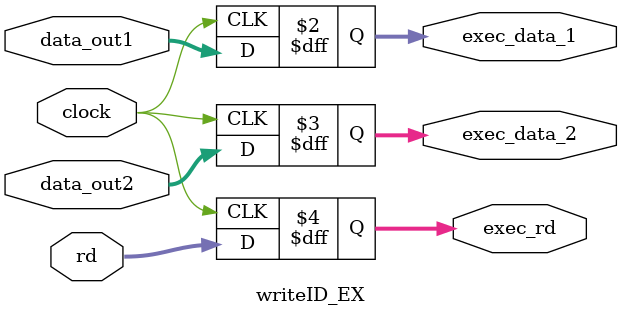
<source format=v>

module writeID_EX(
	input wire [31:0] data_out1,
	input wire [31:0] data_out2,
	input wire [4:0] rd,
	input wire clock,
	output reg [31:0] exec_data_1,
	output reg [31:0] exec_data_2,
	output reg [4:0] exec_rd);
	
	always@(posedge clock) begin
		exec_data_1[31:0] <= data_out1[31:0];
		exec_data_2[31:0] <= data_out2[31:0];
		exec_rd[4:0] <= rd[4:0];
	end
	
endmodule

	
</source>
